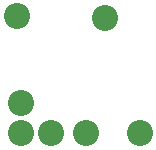
<source format=gbs>
%FSLAX25Y25*%
%MOIN*%
G70*
G01*
G75*
G04 Layer_Color=16711935*
%ADD10R,0.04528X0.02362*%
%ADD11R,0.02953X0.06693*%
%ADD12O,0.01772X0.06299*%
%ADD13R,0.03543X0.02756*%
%ADD14R,0.06693X0.02953*%
%ADD15C,0.01400*%
%ADD16C,0.01000*%
%ADD17C,0.07874*%
%ADD18C,0.00984*%
%ADD19C,0.01575*%
%ADD20C,0.00787*%
%ADD21C,0.00600*%
%ADD22R,0.05328X0.03162*%
%ADD23R,0.03753X0.07493*%
%ADD24O,0.02008X0.06535*%
%ADD25R,0.04343X0.03556*%
%ADD26R,0.07493X0.03753*%
%ADD27C,0.08674*%
D27*
X17500Y7500D02*
D03*
X29000D02*
D03*
X6000Y46500D02*
D03*
X47000Y7500D02*
D03*
X35500Y46000D02*
D03*
X7500Y17500D02*
D03*
Y7500D02*
D03*
M02*

</source>
